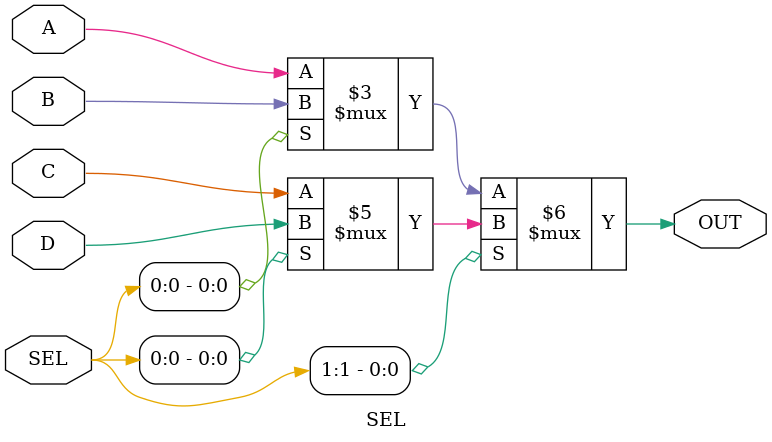
<source format=v>
module SEL(A, B, C, D, SEL, OUT);
    input A, B, C, D;
    input [1:0] SEL;
    output OUT;
    assign OUT = (SEL[1] == 0)? ((SEL[0] == 0)? A : B) : ((SEL[0] == 0)? C : D);
endmodule

</source>
